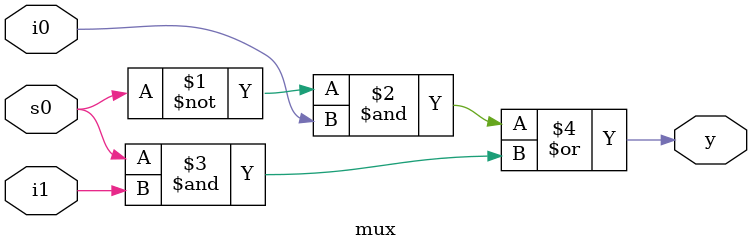
<source format=v>
module mux(input s0,i0,i1,output y);
assign y= ~s0 &i0 | s0& i1;
endmodule

</source>
